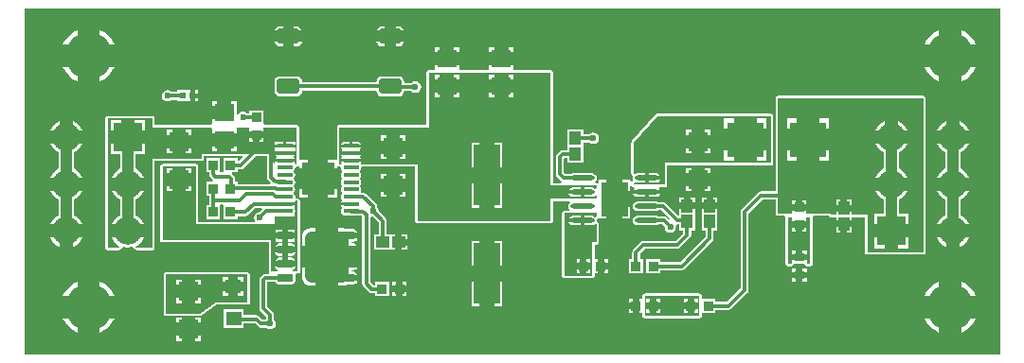
<source format=gtl>
G04*
G04 #@! TF.GenerationSoftware,Altium Limited,Altium Designer,19.1.6 (110)*
G04*
G04 Layer_Physical_Order=1*
G04 Layer_Color=255*
%FSLAX43Y43*%
%MOMM*%
G71*
G01*
G75*
%ADD38O,2.150X0.450*%
%ADD39R,2.400X3.100*%
%ADD40R,1.800X1.650*%
%ADD41R,0.620X0.620*%
%ADD42R,1.400X0.400*%
%ADD43O,1.400X0.400*%
%ADD44R,2.960X2.960*%
G04:AMPARAMS|DCode=45|XSize=2.1mm|YSize=1.4mm|CornerRadius=0.35mm|HoleSize=0mm|Usage=FLASHONLY|Rotation=0.000|XOffset=0mm|YOffset=0mm|HoleType=Round|Shape=RoundedRectangle|*
%AMROUNDEDRECTD45*
21,1,2.100,0.700,0,0,0.0*
21,1,1.400,1.400,0,0,0.0*
1,1,0.700,0.700,-0.350*
1,1,0.700,-0.700,-0.350*
1,1,0.700,-0.700,0.350*
1,1,0.700,0.700,0.350*
%
%ADD45ROUNDEDRECTD45*%
%ADD46R,1.000X1.150*%
%ADD47R,2.350X5.450*%
%ADD48R,0.900X0.850*%
%ADD49R,1.400X1.300*%
G04:AMPARAMS|DCode=50|XSize=4.52mm|YSize=3.85mm|CornerRadius=0.481mm|HoleSize=0mm|Usage=FLASHONLY|Rotation=90.000|XOffset=0mm|YOffset=0mm|HoleType=Round|Shape=RoundedRectangle|*
%AMROUNDEDRECTD50*
21,1,4.520,2.888,0,0,90.0*
21,1,3.558,3.850,0,0,90.0*
1,1,0.963,1.444,1.779*
1,1,0.963,1.444,-1.779*
1,1,0.963,-1.444,-1.779*
1,1,0.963,-1.444,1.779*
%
%ADD50ROUNDEDRECTD50*%
G04:AMPARAMS|DCode=51|XSize=0.71mm|YSize=1.372mm|CornerRadius=0.089mm|HoleSize=0mm|Usage=FLASHONLY|Rotation=90.000|XOffset=0mm|YOffset=0mm|HoleType=Round|Shape=RoundedRectangle|*
%AMROUNDEDRECTD51*
21,1,0.710,1.195,0,0,90.0*
21,1,0.532,1.372,0,0,90.0*
1,1,0.178,0.597,0.266*
1,1,0.178,0.597,-0.266*
1,1,0.178,-0.597,-0.266*
1,1,0.178,-0.597,0.266*
%
%ADD51ROUNDEDRECTD51*%
%ADD52R,1.372X0.710*%
%ADD53R,1.800X1.700*%
%ADD54R,0.850X0.900*%
%ADD55R,0.950X0.800*%
%ADD56R,1.150X1.000*%
%ADD57R,3.200X3.150*%
%ADD58C,0.300*%
%ADD59C,1.000*%
%ADD60C,2.500*%
%ADD61R,2.500X2.500*%
%ADD62C,4.200*%
%ADD63C,0.600*%
G36*
X137445Y50255D02*
X50255D01*
Y81245D01*
X137445Y81245D01*
Y50255D01*
D02*
G37*
%LPC*%
G36*
X83650Y79651D02*
X83450D01*
Y79240D01*
X84181D01*
X84168Y79305D01*
X84047Y79487D01*
X83865Y79608D01*
X83650Y79651D01*
D02*
G37*
G36*
X82450D02*
X82250D01*
X82035Y79608D01*
X81853Y79487D01*
X81732Y79305D01*
X81719Y79240D01*
X82450D01*
Y79651D01*
D02*
G37*
G36*
X74550D02*
X74350D01*
Y79240D01*
X75081D01*
X75068Y79305D01*
X74947Y79487D01*
X74765Y79608D01*
X74550Y79651D01*
D02*
G37*
G36*
X73350D02*
X73150D01*
X72935Y79608D01*
X72753Y79487D01*
X72632Y79305D01*
X72619Y79240D01*
X73350D01*
Y79651D01*
D02*
G37*
G36*
X134000Y79300D02*
Y78000D01*
X135300D01*
X135089Y78396D01*
X134776Y78776D01*
X134396Y79089D01*
X134000Y79300D01*
D02*
G37*
G36*
X132000D02*
X131604Y79089D01*
X131224Y78776D01*
X130911Y78396D01*
X130700Y78000D01*
X132000D01*
Y79300D01*
D02*
G37*
G36*
X57000D02*
Y78000D01*
X58300D01*
X58089Y78396D01*
X57776Y78776D01*
X57396Y79089D01*
X57000Y79300D01*
D02*
G37*
G36*
X55000D02*
X54604Y79089D01*
X54224Y78776D01*
X53911Y78396D01*
X53700Y78000D01*
X55000D01*
Y79300D01*
D02*
G37*
G36*
X84181Y78240D02*
X83450D01*
Y77829D01*
X83650D01*
X83865Y77872D01*
X84047Y77993D01*
X84168Y78175D01*
X84181Y78240D01*
D02*
G37*
G36*
X82450D02*
X81719D01*
X81732Y78175D01*
X81853Y77993D01*
X82035Y77872D01*
X82250Y77829D01*
X82450D01*
Y78240D01*
D02*
G37*
G36*
X75081D02*
X74350D01*
Y77829D01*
X74550D01*
X74765Y77872D01*
X74947Y77993D01*
X75068Y78175D01*
X75081Y78240D01*
D02*
G37*
G36*
X73350D02*
X72619D01*
X72632Y78175D01*
X72753Y77993D01*
X72935Y77872D01*
X73150Y77829D01*
X73350D01*
Y78240D01*
D02*
G37*
G36*
X89100Y77750D02*
X88600D01*
Y77325D01*
X89100D01*
Y77750D01*
D02*
G37*
G36*
X94000D02*
X93500D01*
Y77325D01*
X94000D01*
Y77750D01*
D02*
G37*
G36*
X92300D02*
X91800D01*
Y77325D01*
X92300D01*
Y77750D01*
D02*
G37*
G36*
X87400D02*
X86900D01*
Y77325D01*
X87400D01*
Y77750D01*
D02*
G37*
G36*
X94000Y76125D02*
X92900D01*
X91800D01*
Y75704D01*
X89100D01*
Y76125D01*
X88000D01*
X86900D01*
Y75704D01*
X86400D01*
X86322Y75688D01*
X86256Y75644D01*
X86212Y75578D01*
X86196Y75500D01*
Y70804D01*
X78400D01*
X78322Y70788D01*
X78256Y70744D01*
X78212Y70678D01*
X78196Y70600D01*
Y67800D01*
X78180Y67680D01*
X78069Y67680D01*
X77400D01*
Y66900D01*
X78180D01*
Y67058D01*
X78307Y67122D01*
X78322Y67112D01*
X78400Y67096D01*
X78437D01*
X78542Y66975D01*
X78573Y66819D01*
X78662Y66687D01*
Y66613D01*
X78573Y66481D01*
X78542Y66325D01*
X78573Y66169D01*
X78662Y66037D01*
Y65963D01*
X78573Y65831D01*
X78542Y65675D01*
X78573Y65519D01*
X78662Y65387D01*
Y65313D01*
X78573Y65181D01*
X78542Y65025D01*
X78573Y64869D01*
X78662Y64737D01*
Y64663D01*
X78573Y64531D01*
X78542Y64375D01*
X78573Y64219D01*
X78662Y64087D01*
Y64013D01*
X78573Y63881D01*
X78568Y63855D01*
X79450D01*
Y63595D01*
X78568D01*
X78573Y63569D01*
X78662Y63437D01*
Y63363D01*
X78573Y63231D01*
X78542Y63075D01*
X78573Y62919D01*
X78662Y62787D01*
X78794Y62698D01*
X78950Y62667D01*
X79950D01*
X80106Y62698D01*
X80107Y62699D01*
X80377D01*
X80443Y62633D01*
Y56600D01*
X80470Y56463D01*
X80548Y56348D01*
X81048Y55848D01*
X81163Y55770D01*
X81300Y55743D01*
X81600D01*
Y55450D01*
X82850D01*
Y56750D01*
X81600D01*
Y56457D01*
X81448D01*
X81157Y56748D01*
Y62520D01*
X81284Y62613D01*
X81400Y62590D01*
X81404Y62591D01*
X81943Y62052D01*
Y61000D01*
X81525D01*
Y59600D01*
X83400D01*
Y60300D01*
Y61000D01*
X82657D01*
Y62200D01*
X82630Y62337D01*
X82552Y62452D01*
X81909Y63096D01*
X81910Y63100D01*
X81871Y63295D01*
X81760Y63460D01*
X81757Y63463D01*
Y63500D01*
X81730Y63637D01*
X81652Y63752D01*
X80796Y64608D01*
X80681Y64686D01*
X80544Y64713D01*
X80375D01*
X80307Y64840D01*
X80327Y64869D01*
X80358Y65025D01*
X80327Y65181D01*
X80238Y65313D01*
Y65387D01*
X80327Y65519D01*
X80358Y65675D01*
X80327Y65831D01*
X80238Y65963D01*
Y66037D01*
X80327Y66169D01*
X80358Y66325D01*
X80327Y66481D01*
X80238Y66613D01*
Y66687D01*
X80327Y66819D01*
X80358Y66975D01*
X80463Y67096D01*
X85196D01*
Y62200D01*
X85212Y62122D01*
X85256Y62056D01*
X85322Y62012D01*
X85400Y61996D01*
X97300D01*
X97378Y62012D01*
X97444Y62056D01*
X97488Y62122D01*
X97504Y62200D01*
Y63996D01*
X99001D01*
X99040Y63869D01*
X98969Y63821D01*
X98875Y63681D01*
X98842Y63515D01*
X98875Y63349D01*
X98954Y63231D01*
X98928Y63149D01*
X98897Y63104D01*
X98500D01*
X98422Y63088D01*
X98356Y63044D01*
X98312Y62978D01*
X98296Y62900D01*
Y57300D01*
X98312Y57222D01*
X98356Y57156D01*
X98422Y57112D01*
X98500Y57096D01*
X101000D01*
X101078Y57112D01*
X101144Y57156D01*
X101188Y57222D01*
X101204Y57300D01*
Y57500D01*
X101475D01*
Y58150D01*
Y58800D01*
X101204D01*
Y60096D01*
X101400D01*
X101478Y60112D01*
X101544Y60156D01*
X101588Y60222D01*
X101604Y60300D01*
Y61887D01*
X101596Y61925D01*
X101589Y61963D01*
X101589Y61964D01*
X101588Y61966D01*
X101567Y61997D01*
X101546Y62030D01*
X101545Y62030D01*
X101544Y62032D01*
X101512Y62053D01*
X101481Y62075D01*
X101398Y62111D01*
X101382Y62114D01*
X101408Y62245D01*
X101391Y62331D01*
X101481Y62399D01*
X101600Y62400D01*
Y62400D01*
X101600Y62400D01*
X102300D01*
Y64150D01*
Y65900D01*
X101600D01*
Y65660D01*
X101479Y65589D01*
X101473Y65589D01*
X101400Y65604D01*
X101293D01*
X101255Y65731D01*
X101281Y65749D01*
X101375Y65889D01*
X101408Y66055D01*
X101375Y66221D01*
X101281Y66361D01*
X101141Y66455D01*
X100975Y66488D01*
X99275D01*
X99109Y66455D01*
X99044Y66412D01*
X98593D01*
X98457Y66548D01*
Y67752D01*
X98548Y67843D01*
X98800D01*
Y67425D01*
X100200D01*
Y68825D01*
Y69243D01*
X100737D01*
X100740Y69240D01*
X100905Y69129D01*
X101100Y69090D01*
X101295Y69129D01*
X101460Y69240D01*
X101571Y69405D01*
X101610Y69600D01*
X101571Y69795D01*
X101460Y69960D01*
X101295Y70071D01*
X101100Y70110D01*
X100905Y70071D01*
X100740Y69960D01*
X100737Y69957D01*
X100200D01*
Y70375D01*
X98800D01*
Y68825D01*
Y68557D01*
X98400D01*
X98263Y68530D01*
X98148Y68452D01*
X97848Y68152D01*
X97770Y68037D01*
X97743Y67900D01*
Y66400D01*
X97770Y66263D01*
X97848Y66148D01*
X98193Y65803D01*
X98300Y65731D01*
X98301Y65722D01*
X98227Y65604D01*
X97504D01*
Y75500D01*
X97488Y75578D01*
X97444Y75644D01*
X97378Y75688D01*
X97300Y75704D01*
X94000D01*
Y76125D01*
D02*
G37*
G36*
X135300Y76000D02*
X134000D01*
Y74700D01*
X134396Y74911D01*
X134776Y75224D01*
X135089Y75604D01*
X135300Y76000D01*
D02*
G37*
G36*
X132000D02*
X130700D01*
X130911Y75604D01*
X131224Y75224D01*
X131604Y74911D01*
X132000Y74700D01*
Y76000D01*
D02*
G37*
G36*
X58300D02*
X57000D01*
Y74700D01*
X57396Y74911D01*
X57776Y75224D01*
X58089Y75604D01*
X58300Y76000D01*
D02*
G37*
G36*
X55000D02*
X53700D01*
X53911Y75604D01*
X54224Y75224D01*
X54604Y74911D01*
X55000Y74700D01*
Y76000D01*
D02*
G37*
G36*
X83650Y75171D02*
X82250D01*
X82035Y75128D01*
X81853Y75007D01*
X81732Y74825D01*
X81691Y74617D01*
X75109D01*
X75068Y74825D01*
X74947Y75007D01*
X74765Y75128D01*
X74550Y75171D01*
X73150D01*
X72935Y75128D01*
X72753Y75007D01*
X72632Y74825D01*
X72589Y74610D01*
Y73910D01*
X72632Y73695D01*
X72753Y73513D01*
X72935Y73392D01*
X73150Y73349D01*
X74550D01*
X74765Y73392D01*
X74947Y73513D01*
X75068Y73695D01*
X75109Y73903D01*
X81691D01*
X81732Y73695D01*
X81853Y73513D01*
X82035Y73392D01*
X82250Y73349D01*
X83650D01*
X83865Y73392D01*
X84047Y73513D01*
X84168Y73695D01*
X84197Y73843D01*
X84837D01*
X84840Y73840D01*
X85005Y73729D01*
X85200Y73690D01*
X85395Y73729D01*
X85560Y73840D01*
X85671Y74005D01*
X85710Y74200D01*
X85671Y74395D01*
X85560Y74560D01*
X85395Y74671D01*
X85200Y74710D01*
X85005Y74671D01*
X84840Y74560D01*
X84837Y74557D01*
X84211D01*
Y74610D01*
X84168Y74825D01*
X84047Y75007D01*
X83865Y75128D01*
X83650Y75171D01*
D02*
G37*
G36*
X65070Y73910D02*
X63910D01*
Y73757D01*
X63423D01*
X63420Y73760D01*
X63255Y73871D01*
X63060Y73910D01*
X62865Y73871D01*
X62700Y73760D01*
X62589Y73595D01*
X62550Y73400D01*
X62589Y73205D01*
X62700Y73040D01*
X62865Y72929D01*
X63060Y72890D01*
X63255Y72929D01*
X63420Y73040D01*
X63423Y73043D01*
X63910D01*
Y72890D01*
X65070D01*
Y73400D01*
Y73910D01*
D02*
G37*
G36*
X65810D02*
X65530D01*
Y73630D01*
X65810D01*
Y73910D01*
D02*
G37*
G36*
Y73170D02*
X65530D01*
Y72890D01*
X65810D01*
Y73170D01*
D02*
G37*
G36*
X67500Y72925D02*
X67000D01*
Y72500D01*
X67500D01*
Y72925D01*
D02*
G37*
G36*
X117000Y71804D02*
X106800D01*
X106793Y71803D01*
X106786Y71803D01*
X106754Y71795D01*
X106722Y71788D01*
X106716Y71785D01*
X106710Y71783D01*
X106683Y71763D01*
X106656Y71744D01*
X106652Y71738D01*
X106647Y71734D01*
X104547Y69334D01*
X104530Y69306D01*
X104512Y69278D01*
X104510Y69271D01*
X104507Y69265D01*
X104503Y69232D01*
X104496Y69200D01*
Y66502D01*
X104502Y66472D01*
X104505Y66443D01*
X104510Y66434D01*
X104512Y66424D01*
X104528Y66399D01*
X104542Y66372D01*
X104550Y66366D01*
X104556Y66358D01*
X104561Y66354D01*
X104619Y66261D01*
X104628Y66226D01*
X104625Y66221D01*
X104592Y66055D01*
X104625Y65889D01*
X104628Y65884D01*
X104619Y65849D01*
X104561Y65756D01*
X104556Y65752D01*
X104550Y65744D01*
X104542Y65738D01*
X104526Y65737D01*
X104400Y65855D01*
Y65900D01*
X103700D01*
Y64850D01*
X104400D01*
Y65328D01*
X104415Y65334D01*
X104527Y65349D01*
X104556Y65306D01*
X104622Y65262D01*
X104700Y65246D01*
X104721D01*
X104760Y65119D01*
X104719Y65091D01*
X104625Y64951D01*
X104624Y64950D01*
X105875D01*
Y64785D01*
D01*
Y64950D01*
X107126D01*
X107125Y64951D01*
X107031Y65091D01*
X106990Y65119D01*
X107029Y65246D01*
X107500D01*
X107578Y65262D01*
X107644Y65306D01*
X107688Y65372D01*
X107704Y65450D01*
Y67196D01*
X117000D01*
X117078Y67212D01*
X117144Y67256D01*
X117188Y67322D01*
X117204Y67400D01*
Y71600D01*
X117188Y71678D01*
X117144Y71744D01*
X117078Y71788D01*
X117000Y71804D01*
D02*
G37*
G36*
X69200Y72925D02*
X68700D01*
Y71900D01*
X68100D01*
Y71300D01*
X67000D01*
Y70929D01*
X66998Y70873D01*
X66902Y70804D01*
X61904D01*
X61904Y71400D01*
X61888Y71478D01*
X61844Y71544D01*
X61778Y71588D01*
X61700Y71604D01*
X57700D01*
X57622Y71588D01*
X57556Y71544D01*
X57512Y71478D01*
X57496Y71400D01*
X57496Y59800D01*
X57512Y59722D01*
X57556Y59656D01*
X57622Y59612D01*
X57700Y59596D01*
X58749Y59596D01*
X58764Y59599D01*
X58779Y59598D01*
X58802Y59607D01*
X58827Y59612D01*
X58839Y59620D01*
X58854Y59625D01*
X58872Y59642D01*
X58893Y59656D01*
X58901Y59668D01*
X58913Y59679D01*
X58923Y59701D01*
X58937Y59722D01*
X58940Y59737D01*
X58947Y59750D01*
X58963Y59816D01*
X59084Y59892D01*
X59103Y59895D01*
X59121Y59887D01*
X59500Y59837D01*
X59879Y59887D01*
X59897Y59895D01*
X59916Y59892D01*
X60037Y59816D01*
X60053Y59750D01*
X60060Y59737D01*
X60063Y59722D01*
X60077Y59701D01*
X60087Y59679D01*
X60099Y59668D01*
X60107Y59656D01*
X60128Y59642D01*
X60146Y59625D01*
X60161Y59620D01*
X60173Y59612D01*
X60198Y59607D01*
X60221Y59598D01*
X60236Y59599D01*
X60251Y59596D01*
X61700Y59596D01*
X61778Y59612D01*
X61844Y59656D01*
X61888Y59722D01*
X61904Y59800D01*
X61904Y67596D01*
X66100D01*
X66178Y67612D01*
X66244Y67656D01*
X66288Y67722D01*
X66304Y67800D01*
Y67996D01*
X68400D01*
X69725Y67996D01*
X69774Y67879D01*
X69452Y67557D01*
X69300D01*
Y67850D01*
X68050D01*
Y66557D01*
X67750D01*
Y67850D01*
X66500D01*
Y66550D01*
X66768D01*
Y66376D01*
X66795Y66239D01*
X66873Y66123D01*
X67048Y65948D01*
X67056Y65943D01*
X67089Y65770D01*
X67076Y65750D01*
X66500D01*
Y64450D01*
X66768D01*
Y63650D01*
X66500D01*
Y62350D01*
X67750D01*
Y63650D01*
X67859Y63693D01*
X67941D01*
X68050Y63650D01*
Y62350D01*
X69300D01*
Y62643D01*
X70000D01*
X70137Y62670D01*
X70252Y62748D01*
X70873Y63368D01*
X71484D01*
X71536Y63241D01*
X71304Y63009D01*
X71300Y63010D01*
X71105Y62971D01*
X70940Y62860D01*
X70829Y62695D01*
X70790Y62500D01*
X70829Y62305D01*
X70878Y62231D01*
X70811Y62104D01*
X65804D01*
Y67100D01*
X65788Y67178D01*
X65744Y67244D01*
X65678Y67288D01*
X65600Y67304D01*
X62600Y67304D01*
X62522Y67288D01*
X62456Y67244D01*
X62412Y67178D01*
X62396Y67100D01*
X62396Y60500D01*
X62412Y60422D01*
X62456Y60356D01*
X62522Y60312D01*
X62600Y60296D01*
X72096Y60296D01*
X72096Y57700D01*
X72112Y57622D01*
X72140Y57579D01*
X72114Y57495D01*
X72084Y57452D01*
X71795D01*
X71658Y57425D01*
X71543Y57347D01*
X71348Y57152D01*
X71270Y57037D01*
X71243Y56900D01*
Y54400D01*
X71270Y54263D01*
X71348Y54148D01*
X71843Y53652D01*
Y53363D01*
X71840Y53360D01*
X71837Y53357D01*
X71548D01*
X71252Y53652D01*
X71137Y53730D01*
X71000Y53757D01*
X69850D01*
Y54300D01*
X68050D01*
Y52600D01*
X69850D01*
Y53043D01*
X70852D01*
X71148Y52748D01*
X71263Y52670D01*
X71400Y52643D01*
X71837D01*
X71840Y52640D01*
X72005Y52529D01*
X72200Y52490D01*
X72395Y52529D01*
X72560Y52640D01*
X72671Y52805D01*
X72710Y53000D01*
X72671Y53195D01*
X72560Y53360D01*
X72557Y53363D01*
Y53800D01*
X72530Y53937D01*
X72452Y54052D01*
X71957Y54548D01*
Y56738D01*
X72685D01*
X72691Y56711D01*
X72755Y56616D01*
X72850Y56552D01*
X72963Y56529D01*
X74157D01*
X74270Y56552D01*
X74365Y56616D01*
X74429Y56711D01*
X74452Y56824D01*
Y57356D01*
X74449Y57369D01*
X74552Y57496D01*
X74700D01*
X74778Y57512D01*
X74844Y57556D01*
X74888Y57622D01*
X74904Y57700D01*
X74904Y64000D01*
X74888Y64078D01*
X74844Y64144D01*
X74778Y64188D01*
X74700Y64204D01*
X74553D01*
X74453Y64309D01*
X74448Y64327D01*
X74458Y64375D01*
X74427Y64531D01*
X74338Y64663D01*
Y64737D01*
X74427Y64869D01*
X74458Y65025D01*
X74427Y65181D01*
X74338Y65313D01*
Y65387D01*
X74427Y65519D01*
X74458Y65675D01*
X74427Y65831D01*
X74338Y65963D01*
Y66037D01*
X74427Y66169D01*
X74458Y66325D01*
X74427Y66481D01*
X74338Y66613D01*
Y66687D01*
X74427Y66819D01*
X74458Y66975D01*
X74563Y67096D01*
X74600D01*
X74678Y67112D01*
X74693Y67122D01*
X74820Y67058D01*
Y66900D01*
X75600D01*
Y67680D01*
X74931D01*
X74820Y67680D01*
X74804Y67800D01*
Y70600D01*
X74788Y70678D01*
X74744Y70744D01*
X74678Y70788D01*
X74600Y70804D01*
X71758D01*
X71754Y70806D01*
X71721Y70828D01*
X71668Y70878D01*
X71650Y70911D01*
Y72100D01*
X70350D01*
Y71857D01*
X70163D01*
X70160Y71860D01*
X69995Y71971D01*
X69800Y72010D01*
X69605Y71971D01*
X69440Y71860D01*
X69329Y71695D01*
X69327Y71685D01*
X69200Y71697D01*
Y72925D01*
D02*
G37*
G36*
X54600Y71137D02*
Y70300D01*
X55437D01*
X55295Y70565D01*
X55101Y70801D01*
X54865Y70995D01*
X54600Y71137D01*
D02*
G37*
G36*
X53400Y71137D02*
X53135Y70995D01*
X52899Y70801D01*
X52705Y70565D01*
X52563Y70300D01*
X53400D01*
Y71137D01*
D02*
G37*
G36*
X133850Y71137D02*
Y70300D01*
X134687D01*
X134545Y70565D01*
X134351Y70801D01*
X134115Y70995D01*
X133850Y71137D01*
D02*
G37*
G36*
X132650Y71137D02*
X132385Y70995D01*
X132149Y70801D01*
X131955Y70565D01*
X131813Y70300D01*
X132650D01*
Y71137D01*
D02*
G37*
G36*
X111600Y66950D02*
X111100D01*
Y66500D01*
X111600D01*
Y66950D01*
D02*
G37*
G36*
X109900D02*
X109400D01*
Y66500D01*
X109900D01*
Y66950D01*
D02*
G37*
G36*
X54000Y69700D02*
D01*
Y69100D01*
X52563D01*
X52705Y68835D01*
X52899Y68599D01*
X53135Y68405D01*
X53294Y68320D01*
Y66880D01*
X53135Y66795D01*
X52899Y66601D01*
X52705Y66365D01*
X52563Y66100D01*
X54000D01*
X55437D01*
X55295Y66365D01*
X55101Y66601D01*
X54865Y66795D01*
X54706Y66880D01*
Y68320D01*
X54865Y68405D01*
X55101Y68599D01*
X55295Y68835D01*
X55437Y69100D01*
X54000D01*
Y69700D01*
D02*
G37*
G36*
X134687Y69100D02*
X133250D01*
X131813D01*
X131955Y68835D01*
X132149Y68599D01*
X132385Y68405D01*
X132544Y68320D01*
Y66880D01*
X132385Y66795D01*
X132149Y66601D01*
X131955Y66365D01*
X131813Y66100D01*
X133250D01*
X134687D01*
X134545Y66365D01*
X134351Y66601D01*
X134115Y66795D01*
X133956Y66880D01*
Y68320D01*
X134115Y68405D01*
X134351Y68599D01*
X134545Y68835D01*
X134687Y69100D01*
D02*
G37*
G36*
X84300Y66450D02*
X83800D01*
Y66000D01*
X84300D01*
Y66450D01*
D02*
G37*
G36*
X82600D02*
X82100D01*
Y66000D01*
X82600D01*
Y66450D01*
D02*
G37*
G36*
X111600Y65300D02*
X111100D01*
Y64850D01*
X111600D01*
Y65300D01*
D02*
G37*
G36*
X109900D02*
X109400D01*
Y64850D01*
X109900D01*
Y65300D01*
D02*
G37*
G36*
X107126Y64620D02*
X106040D01*
Y64352D01*
X106725D01*
X106891Y64385D01*
X107031Y64479D01*
X107125Y64619D01*
X107126Y64620D01*
D02*
G37*
G36*
X105710D02*
X104624D01*
X104625Y64619D01*
X104719Y64479D01*
X104859Y64385D01*
X105025Y64352D01*
X105710D01*
Y64620D01*
D02*
G37*
G36*
X84300Y64800D02*
X83800D01*
Y64350D01*
X84300D01*
Y64800D01*
D02*
G37*
G36*
X82600D02*
X82100D01*
Y64350D01*
X82600D01*
Y64800D01*
D02*
G37*
G36*
X78180Y65100D02*
X77400D01*
Y64320D01*
X78180D01*
Y65100D01*
D02*
G37*
G36*
X75600D02*
X74820D01*
Y64320D01*
X75600D01*
Y65100D01*
D02*
G37*
G36*
X110200Y64325D02*
X109800D01*
Y63850D01*
X110200D01*
Y64325D01*
D02*
G37*
G36*
X112200D02*
X111800D01*
Y63850D01*
X112200D01*
Y64325D01*
D02*
G37*
G36*
X111200D02*
X110800D01*
Y63850D01*
X111200D01*
Y64325D01*
D02*
G37*
G36*
X109200D02*
X108800D01*
Y63850D01*
X109200D01*
Y64325D01*
D02*
G37*
G36*
X104400Y63450D02*
X103700D01*
Y62400D01*
X104400D01*
Y63450D01*
D02*
G37*
G36*
X106725Y63948D02*
X105025D01*
X104859Y63915D01*
X104719Y63821D01*
X104625Y63681D01*
X104592Y63515D01*
X104625Y63349D01*
X104719Y63209D01*
X104859Y63115D01*
X105025Y63082D01*
X106725D01*
X106891Y63115D01*
X106956Y63158D01*
X107187D01*
X107964Y62381D01*
X107919Y62246D01*
X107910Y62245D01*
X107657Y62497D01*
X107542Y62575D01*
X107405Y62602D01*
X106956D01*
X106891Y62645D01*
X106725Y62678D01*
X105025D01*
X104859Y62645D01*
X104719Y62551D01*
X104625Y62411D01*
X104592Y62245D01*
X104625Y62079D01*
X104719Y61939D01*
X104859Y61845D01*
X105025Y61812D01*
X106725D01*
X106891Y61845D01*
X106956Y61888D01*
X107257D01*
X107491Y61654D01*
X107490Y61650D01*
X107529Y61455D01*
X107640Y61290D01*
X107805Y61179D01*
X108000Y61140D01*
X108195Y61179D01*
X108360Y61290D01*
X108471Y61455D01*
X108510Y61650D01*
X108483Y61787D01*
X108574Y61894D01*
X108580Y61897D01*
X108600Y61893D01*
X108800D01*
Y61375D01*
X109143D01*
Y61098D01*
X108452Y60407D01*
X105600D01*
X105463Y60380D01*
X105348Y60302D01*
X104673Y59627D01*
X104595Y59512D01*
X104568Y59375D01*
Y58800D01*
X104300D01*
Y57500D01*
X105550D01*
Y58800D01*
X105282D01*
Y59227D01*
X105748Y59693D01*
X108600D01*
X108737Y59720D01*
X108852Y59798D01*
X109752Y60698D01*
X109830Y60813D01*
X109857Y60950D01*
Y61375D01*
X110200D01*
Y62775D01*
Y63250D01*
X109500D01*
X108800D01*
Y62734D01*
X108673Y62682D01*
X107587Y63767D01*
X107472Y63845D01*
X107335Y63872D01*
X106956D01*
X106891Y63915D01*
X106725Y63948D01*
D02*
G37*
G36*
X55437Y64900D02*
X54000D01*
X52563D01*
X52705Y64635D01*
X52899Y64399D01*
X53135Y64205D01*
X53294Y64120D01*
Y62680D01*
X53135Y62595D01*
X52899Y62401D01*
X52705Y62165D01*
X52563Y61900D01*
X54000D01*
X55437D01*
X55295Y62165D01*
X55101Y62401D01*
X54865Y62595D01*
X54706Y62680D01*
Y64120D01*
X54865Y64205D01*
X55101Y64399D01*
X55295Y64635D01*
X55437Y64900D01*
D02*
G37*
G36*
X134687Y64900D02*
X133250D01*
X131813D01*
X131955Y64635D01*
X132149Y64399D01*
X132385Y64205D01*
X132544Y64120D01*
Y62680D01*
X132385Y62595D01*
X132149Y62401D01*
X131955Y62165D01*
X131813Y61900D01*
X133250D01*
X134687D01*
X134545Y62165D01*
X134351Y62401D01*
X134115Y62595D01*
X133956Y62680D01*
Y64120D01*
X134115Y64205D01*
X134351Y64399D01*
X134545Y64635D01*
X134687Y64900D01*
D02*
G37*
G36*
X124200Y61650D02*
X123800D01*
Y61175D01*
X124200D01*
Y61650D01*
D02*
G37*
G36*
X123200D02*
X122800D01*
Y61175D01*
X123200D01*
Y61650D01*
D02*
G37*
G36*
X84475Y61000D02*
X84000D01*
Y60600D01*
X84475D01*
Y61000D01*
D02*
G37*
G36*
X78724Y61562D02*
X78280D01*
Y59995D01*
X79972D01*
X79969Y60009D01*
X79905Y60104D01*
X79810Y60168D01*
X79697Y60191D01*
X79512D01*
Y60339D01*
X79697D01*
X79810Y60362D01*
X79905Y60426D01*
X79969Y60521D01*
X79992Y60634D01*
Y60635D01*
X79100D01*
Y61165D01*
X79992D01*
Y61166D01*
X79969Y61279D01*
X79905Y61374D01*
X79810Y61438D01*
X79697Y61461D01*
X79107D01*
X78928Y61535D01*
X78724Y61562D01*
D02*
G37*
G36*
X76280D02*
X75836D01*
X75632Y61535D01*
X75442Y61456D01*
X75279Y61331D01*
X75154Y61168D01*
X75075Y60978D01*
X75048Y60774D01*
Y59995D01*
X76280D01*
Y61562D01*
D02*
G37*
G36*
X134687Y60700D02*
X133850D01*
Y59863D01*
X134115Y60005D01*
X134351Y60199D01*
X134545Y60435D01*
X134687Y60700D01*
D02*
G37*
G36*
X55437Y60700D02*
X54600D01*
Y59863D01*
X54865Y60005D01*
X55101Y60199D01*
X55295Y60435D01*
X55437Y60700D01*
D02*
G37*
G36*
X53400D02*
X52563D01*
X52705Y60435D01*
X52899Y60199D01*
X53135Y60005D01*
X53400Y59863D01*
Y60700D01*
D02*
G37*
G36*
X132650Y60700D02*
X131813D01*
X131955Y60435D01*
X132149Y60199D01*
X132385Y60005D01*
X132650Y59863D01*
Y60700D01*
D02*
G37*
G36*
X84475Y60000D02*
X84000D01*
Y59600D01*
X84475D01*
Y60000D01*
D02*
G37*
G36*
X117600Y73404D02*
X117522Y73388D01*
X117456Y73344D01*
X117412Y73278D01*
X117396Y73200D01*
Y65650D01*
Y64857D01*
X116100D01*
X115963Y64830D01*
X115848Y64752D01*
X114348Y63252D01*
X114270Y63137D01*
X114243Y63000D01*
Y56148D01*
X113052Y54957D01*
X112000D01*
Y55250D01*
X110804D01*
Y55500D01*
X110788Y55578D01*
X110744Y55644D01*
X110678Y55688D01*
X110600Y55704D01*
X105700D01*
X105622Y55688D01*
X105556Y55644D01*
X105512Y55578D01*
X105496Y55500D01*
Y55250D01*
X105225D01*
Y54600D01*
Y53950D01*
X105496D01*
Y53700D01*
X105512Y53622D01*
X105556Y53556D01*
X105622Y53512D01*
X105700Y53496D01*
X110600D01*
X110678Y53512D01*
X110744Y53556D01*
X110788Y53622D01*
X110804Y53700D01*
Y53950D01*
X112000D01*
Y54243D01*
X113200D01*
X113337Y54270D01*
X113452Y54348D01*
X114852Y55748D01*
X114930Y55863D01*
X114957Y56000D01*
Y62852D01*
X116248Y64143D01*
X117396D01*
Y62850D01*
X117412Y62772D01*
X117456Y62706D01*
X117522Y62662D01*
X117600Y62646D01*
X118186D01*
X118296Y62550D01*
Y58350D01*
X118312Y58272D01*
X118356Y58206D01*
X118422Y58162D01*
X118500Y58146D01*
X118708D01*
X118730Y58150D01*
X118751Y58151D01*
X118868Y58176D01*
X118885Y58183D01*
X118903Y58187D01*
X118921Y58199D01*
X118941Y58207D01*
X118954Y58220D01*
X118969Y58231D01*
X118981Y58249D01*
X118996Y58264D01*
X119003Y58282D01*
X119013Y58297D01*
X119018Y58318D01*
X119026Y58338D01*
X119145Y58375D01*
X119855D01*
X119974Y58338D01*
X119982Y58318D01*
X119987Y58297D01*
X119997Y58282D01*
X120004Y58264D01*
X120019Y58249D01*
X120031Y58231D01*
X120046Y58220D01*
X120059Y58207D01*
X120079Y58199D01*
X120097Y58187D01*
X120115Y58183D01*
X120132Y58176D01*
X120249Y58151D01*
X120270Y58150D01*
X120292Y58146D01*
X120500D01*
X120578Y58162D01*
X120644Y58206D01*
X120688Y58272D01*
X120704Y58350D01*
Y62550D01*
X120814Y62646D01*
X122129D01*
X122156Y62606D01*
X122222Y62562D01*
X122300Y62546D01*
X122800D01*
Y62250D01*
X124200D01*
Y62546D01*
X125396D01*
X125396Y59400D01*
X125412Y59322D01*
X125456Y59256D01*
X125522Y59212D01*
X125600Y59196D01*
X130600Y59196D01*
X130678Y59212D01*
X130744Y59256D01*
X130788Y59322D01*
X130804Y59400D01*
X130804Y65900D01*
X130804Y73200D01*
X130788Y73278D01*
X130744Y73344D01*
X130678Y73388D01*
X130600Y73404D01*
X117600Y73404D01*
D02*
G37*
G36*
X112200Y63250D02*
X111500D01*
X110800D01*
Y62775D01*
Y61375D01*
X111143D01*
Y60798D01*
X108852Y58507D01*
X107100D01*
Y58800D01*
X105850D01*
Y57500D01*
X107100D01*
Y57793D01*
X109000D01*
X109137Y57820D01*
X109252Y57898D01*
X111752Y60398D01*
X111830Y60513D01*
X111857Y60650D01*
Y61375D01*
X112200D01*
Y62775D01*
Y63250D01*
D02*
G37*
G36*
X102400Y58800D02*
X102075D01*
Y58450D01*
X102400D01*
Y58800D01*
D02*
G37*
G36*
X92975Y60425D02*
X92300D01*
Y58200D01*
X92975D01*
Y60425D01*
D02*
G37*
G36*
X90900D02*
X90225D01*
Y58200D01*
X90900D01*
Y60425D01*
D02*
G37*
G36*
X120175Y57925D02*
X119765D01*
Y57590D01*
X120175D01*
Y57925D01*
D02*
G37*
G36*
X119235D02*
X118825D01*
Y57590D01*
X119235D01*
Y57925D01*
D02*
G37*
G36*
X102400Y57850D02*
X102075D01*
Y57500D01*
X102400D01*
Y57850D01*
D02*
G37*
G36*
X120175Y57060D02*
X119765D01*
Y56725D01*
X120175D01*
Y57060D01*
D02*
G37*
G36*
X119235D02*
X118825D01*
Y56725D01*
X119235D01*
Y57060D01*
D02*
G37*
G36*
X79972Y57995D02*
X78280D01*
Y56428D01*
X78724D01*
X78928Y56455D01*
X79107Y56529D01*
X79697D01*
X79810Y56552D01*
X79905Y56616D01*
X79969Y56711D01*
X79992Y56824D01*
Y56825D01*
X79100D01*
Y57355D01*
X79992D01*
Y57356D01*
X79969Y57469D01*
X79905Y57564D01*
X79810Y57628D01*
X79697Y57651D01*
X79512D01*
Y57799D01*
X79697D01*
X79810Y57822D01*
X79905Y57886D01*
X79969Y57981D01*
X79972Y57995D01*
D02*
G37*
G36*
X76280D02*
X75048D01*
Y57216D01*
X75075Y57012D01*
X75154Y56822D01*
X75279Y56659D01*
X75442Y56534D01*
X75632Y56455D01*
X75836Y56428D01*
X76280D01*
Y57995D01*
D02*
G37*
G36*
X84400Y56750D02*
X84075D01*
Y56400D01*
X84400D01*
Y56750D01*
D02*
G37*
G36*
X83475D02*
X83150D01*
Y56400D01*
X83475D01*
Y56750D01*
D02*
G37*
G36*
X134000Y56800D02*
Y55500D01*
X135300D01*
X135089Y55896D01*
X134776Y56276D01*
X134396Y56589D01*
X134000Y56800D01*
D02*
G37*
G36*
X132000D02*
X131604Y56589D01*
X131224Y56276D01*
X130911Y55896D01*
X130700Y55500D01*
X132000D01*
Y56800D01*
D02*
G37*
G36*
X57000D02*
Y55500D01*
X58300D01*
X58089Y55896D01*
X57776Y56276D01*
X57396Y56589D01*
X57000Y56800D01*
D02*
G37*
G36*
X55000D02*
X54604Y56589D01*
X54224Y56276D01*
X53911Y55896D01*
X53700Y55500D01*
X55000D01*
Y56800D01*
D02*
G37*
G36*
X84400Y55800D02*
X84075D01*
Y55450D01*
X84400D01*
Y55800D01*
D02*
G37*
G36*
X83475D02*
X83150D01*
Y55450D01*
X83475D01*
Y55800D01*
D02*
G37*
G36*
X104625Y55250D02*
X104300D01*
Y54900D01*
X104625D01*
Y55250D01*
D02*
G37*
G36*
X92975Y56800D02*
X92300D01*
Y54575D01*
X92975D01*
Y56800D01*
D02*
G37*
G36*
X90900D02*
X90225D01*
Y54575D01*
X90900D01*
Y56800D01*
D02*
G37*
G36*
X104625Y54300D02*
X104300D01*
Y53950D01*
X104625D01*
Y54300D01*
D02*
G37*
G36*
X70200Y57604D02*
X62900Y57604D01*
X62822Y57588D01*
X62756Y57544D01*
X62712Y57478D01*
X62696Y57400D01*
X62696Y53900D01*
X62712Y53822D01*
X62756Y53756D01*
X62822Y53712D01*
X62900Y53696D01*
X65900Y53696D01*
X65920Y53700D01*
X65940Y53700D01*
X65958Y53708D01*
X65978Y53712D01*
X65995Y53723D01*
X66013Y53730D01*
X67462Y54696D01*
X70200D01*
X70278Y54712D01*
X70344Y54756D01*
X70388Y54822D01*
X70404Y54900D01*
X70404Y57400D01*
X70388Y57478D01*
X70344Y57544D01*
X70278Y57588D01*
X70200Y57604D01*
D02*
G37*
G36*
X66000Y53550D02*
X65500D01*
Y53100D01*
X66000D01*
Y53550D01*
D02*
G37*
G36*
X64300D02*
X63800D01*
Y53100D01*
X64300D01*
Y53550D01*
D02*
G37*
G36*
X135300Y53500D02*
X134000D01*
Y52200D01*
X134396Y52411D01*
X134776Y52724D01*
X135089Y53104D01*
X135300Y53500D01*
D02*
G37*
G36*
X132000D02*
X130700D01*
X130911Y53104D01*
X131224Y52724D01*
X131604Y52411D01*
X132000Y52200D01*
Y53500D01*
D02*
G37*
G36*
X58300D02*
X57000D01*
Y52200D01*
X57396Y52411D01*
X57776Y52724D01*
X58089Y53104D01*
X58300Y53500D01*
D02*
G37*
G36*
X55000D02*
X53700D01*
X53911Y53104D01*
X54224Y52724D01*
X54604Y52411D01*
X55000Y52200D01*
Y53500D01*
D02*
G37*
G36*
X66000Y51900D02*
X65500D01*
Y51450D01*
X66000D01*
Y51900D01*
D02*
G37*
G36*
X64300D02*
X63800D01*
Y51450D01*
X64300D01*
Y51900D01*
D02*
G37*
%LPD*%
G36*
X97300Y65400D02*
X101400D01*
Y65143D01*
X101317Y65107D01*
X101273Y65097D01*
X101141Y65185D01*
X100975Y65218D01*
X100290D01*
Y64785D01*
Y64352D01*
X100975D01*
X101141Y64385D01*
X101273Y64473D01*
X101317Y64463D01*
X101400Y64427D01*
Y64200D01*
X97300D01*
Y62200D01*
X85400D01*
Y67300D01*
X80367D01*
X80299Y67427D01*
X80327Y67469D01*
X80332Y67495D01*
X79450D01*
X78568D01*
X78573Y67469D01*
X78601Y67427D01*
X78533Y67300D01*
X78400D01*
Y70600D01*
X86400D01*
Y75500D01*
X97300D01*
Y65400D01*
D02*
G37*
G36*
X101400Y62603D02*
X101317Y62567D01*
X101273Y62557D01*
X101141Y62645D01*
X100975Y62678D01*
X100290D01*
Y62245D01*
Y61812D01*
X100975D01*
X101141Y61845D01*
X101273Y61933D01*
X101317Y61923D01*
X101400Y61887D01*
Y60300D01*
X101000D01*
Y57300D01*
X98500D01*
Y62900D01*
X101400D01*
Y62603D01*
D02*
G37*
%LPC*%
G36*
X89100Y75300D02*
X88600D01*
Y74875D01*
X89100D01*
Y75300D01*
D02*
G37*
G36*
X94000D02*
X93500D01*
Y74875D01*
X94000D01*
Y75300D01*
D02*
G37*
G36*
X92300D02*
X91800D01*
Y74875D01*
X92300D01*
Y75300D01*
D02*
G37*
G36*
X87400D02*
X86900D01*
Y74875D01*
X87400D01*
Y75300D01*
D02*
G37*
G36*
X94000Y73675D02*
X93500D01*
Y73250D01*
X94000D01*
Y73675D01*
D02*
G37*
G36*
X92300D02*
X91800D01*
Y73250D01*
X92300D01*
Y73675D01*
D02*
G37*
G36*
X89100D02*
X88600D01*
Y73250D01*
X89100D01*
Y73675D01*
D02*
G37*
G36*
X87400D02*
X86900D01*
Y73250D01*
X87400D01*
Y73675D01*
D02*
G37*
G36*
X84300Y69850D02*
X83800D01*
Y69400D01*
X84300D01*
Y69850D01*
D02*
G37*
G36*
X82600D02*
X82100D01*
Y69400D01*
X82600D01*
Y69850D01*
D02*
G37*
G36*
X79950Y69333D02*
X79580D01*
Y69055D01*
X80332D01*
X80327Y69081D01*
X80238Y69213D01*
X80106Y69302D01*
X79950Y69333D01*
D02*
G37*
G36*
X79320D02*
X78950D01*
X78794Y69302D01*
X78662Y69213D01*
X78573Y69081D01*
X78568Y69055D01*
X79320D01*
Y69333D01*
D02*
G37*
G36*
X80332Y68795D02*
X79450D01*
X78568D01*
X78573Y68769D01*
X78662Y68637D01*
Y68563D01*
X78573Y68431D01*
X78568Y68405D01*
X79450D01*
X80332D01*
X80327Y68431D01*
X80238Y68563D01*
Y68637D01*
X80327Y68769D01*
X80332Y68795D01*
D02*
G37*
G36*
Y68145D02*
X79450D01*
X78568D01*
X78573Y68119D01*
X78662Y67987D01*
Y67913D01*
X78573Y67781D01*
X78568Y67755D01*
X79450D01*
X80332D01*
X80327Y67781D01*
X80238Y67913D01*
Y67987D01*
X80327Y68119D01*
X80332Y68145D01*
D02*
G37*
G36*
X84300Y68200D02*
X83800D01*
Y67750D01*
X84300D01*
Y68200D01*
D02*
G37*
G36*
X82600D02*
X82100D01*
Y67750D01*
X82600D01*
Y68200D01*
D02*
G37*
G36*
X92975Y69225D02*
X92300D01*
Y67000D01*
X92975D01*
Y69225D01*
D02*
G37*
G36*
X90900D02*
X90225D01*
Y67000D01*
X90900D01*
Y69225D01*
D02*
G37*
G36*
X99960Y65218D02*
X99275D01*
X99109Y65185D01*
X98969Y65091D01*
X98875Y64951D01*
X98874Y64950D01*
X99960D01*
Y65218D01*
D02*
G37*
G36*
Y64620D02*
X98874D01*
X98875Y64619D01*
X98969Y64479D01*
X99109Y64385D01*
X99275Y64352D01*
X99960D01*
Y64620D01*
D02*
G37*
G36*
X92975Y65600D02*
X92300D01*
Y63375D01*
X92975D01*
Y65600D01*
D02*
G37*
G36*
X90900D02*
X90225D01*
Y63375D01*
X90900D01*
Y65600D01*
D02*
G37*
G36*
X99960Y62678D02*
X99275D01*
X99109Y62645D01*
X98969Y62551D01*
X98875Y62411D01*
X98874Y62410D01*
X99960D01*
Y62678D01*
D02*
G37*
G36*
Y62080D02*
X98874D01*
X98875Y62079D01*
X98969Y61939D01*
X99109Y61845D01*
X99275Y61812D01*
X99960D01*
Y62080D01*
D02*
G37*
G36*
X100850Y58800D02*
X100525D01*
Y58450D01*
X100850D01*
Y58800D01*
D02*
G37*
G36*
X99925D02*
X99600D01*
Y58450D01*
X99925D01*
Y58800D01*
D02*
G37*
G36*
X100850Y57850D02*
X100525D01*
Y57500D01*
X100850D01*
Y57850D01*
D02*
G37*
G36*
X99925D02*
X99600D01*
Y57500D01*
X99925D01*
Y57850D01*
D02*
G37*
%LPD*%
G36*
X117000Y67400D02*
X107500D01*
Y65450D01*
X104700Y65450D01*
Y65608D01*
X104827Y65676D01*
X104859Y65655D01*
X105025Y65622D01*
X105710D01*
Y66055D01*
Y66488D01*
X105025D01*
X104859Y66455D01*
X104827Y66434D01*
X104700Y66502D01*
Y69200D01*
X106800Y71600D01*
X117000D01*
Y67400D01*
D02*
G37*
%LPC*%
G36*
X116600Y71375D02*
X115700D01*
Y70500D01*
X116600D01*
Y71375D01*
D02*
G37*
G36*
X113700D02*
X112800D01*
Y70500D01*
X113700D01*
Y71375D01*
D02*
G37*
G36*
X111600Y70350D02*
X111100D01*
Y69900D01*
X111600D01*
Y70350D01*
D02*
G37*
G36*
X109900D02*
X109400D01*
Y69900D01*
X109900D01*
Y70350D01*
D02*
G37*
G36*
X111600Y68700D02*
X111100D01*
Y68250D01*
X111600D01*
Y68700D01*
D02*
G37*
G36*
X109900D02*
X109400D01*
Y68250D01*
X109900D01*
Y68700D01*
D02*
G37*
G36*
X116600Y68500D02*
X115700D01*
Y67625D01*
X116600D01*
Y68500D01*
D02*
G37*
G36*
X113700D02*
X112800D01*
Y67625D01*
X113700D01*
Y68500D01*
D02*
G37*
G36*
X106725Y66488D02*
X106040D01*
Y66220D01*
X107126D01*
X107125Y66221D01*
X107031Y66361D01*
X106891Y66455D01*
X106725Y66488D01*
D02*
G37*
G36*
X107126Y65890D02*
X106040D01*
Y65622D01*
X106725D01*
X106891Y65655D01*
X107031Y65749D01*
X107125Y65889D01*
X107126Y65890D01*
D02*
G37*
%LPD*%
G36*
X61700Y70600D02*
X66995D01*
X67000Y70475D01*
X67000Y70473D01*
Y70050D01*
X68100D01*
X69200D01*
Y70473D01*
X69200Y70475D01*
X69205Y70600D01*
X70244D01*
X70350Y70550D01*
X70350Y70473D01*
Y70225D01*
X71650D01*
Y70473D01*
X71650Y70550D01*
X71756Y70600D01*
X74600D01*
Y67300D01*
X74467D01*
X74399Y67427D01*
X74427Y67469D01*
X74432Y67495D01*
X73550D01*
X72644D01*
X72595Y67399D01*
X72577Y67384D01*
X72575Y67383D01*
X72537Y67389D01*
X72437Y67457D01*
X72300Y67484D01*
X72298Y67483D01*
X72200Y67564D01*
X72200Y68200D01*
X68400Y68200D01*
X66100D01*
Y67800D01*
X61700D01*
X61700Y59800D01*
X60251Y59800D01*
X60219Y59927D01*
X60365Y60005D01*
X60601Y60199D01*
X60795Y60435D01*
X60937Y60700D01*
X59500D01*
X58063D01*
X58205Y60435D01*
X58399Y60199D01*
X58635Y60005D01*
X58781Y59927D01*
X58749Y59800D01*
X57700Y59800D01*
X57700Y71400D01*
X61700D01*
X61700Y70600D01*
D02*
G37*
G36*
X71943Y67996D02*
Y66100D01*
X71970Y65963D01*
X72048Y65848D01*
X72271Y65624D01*
X72223Y65507D01*
X69300D01*
Y65750D01*
X69057D01*
Y66024D01*
X69030Y66161D01*
X68952Y66277D01*
X68806Y66423D01*
X68844Y66539D01*
X68852Y66550D01*
X69300D01*
Y66843D01*
X69600D01*
X69737Y66870D01*
X69852Y66948D01*
X70901Y67996D01*
X71943Y67996D01*
D02*
G37*
G36*
X65600Y61900D02*
X72600D01*
Y62600D01*
X74400Y62600D01*
Y62879D01*
X74427Y62919D01*
X74458Y63075D01*
X74427Y63231D01*
X74400Y63271D01*
Y63400D01*
X74400Y63400D01*
X74400D01*
X74399Y63527D01*
X74427Y63569D01*
X74432Y63595D01*
X73550D01*
Y63855D01*
X74432D01*
X74428Y63873D01*
X74429Y63900D01*
X74482Y64000D01*
X74700D01*
X74700Y57700D01*
X74344D01*
X74276Y57818D01*
X74278Y57827D01*
X74365Y57886D01*
X74429Y57981D01*
X74452Y58094D01*
Y58095D01*
X73560D01*
X72668D01*
Y58094D01*
X72691Y57981D01*
X72755Y57886D01*
X72842Y57827D01*
X72844Y57818D01*
X72776Y57700D01*
X72300D01*
X72300Y60500D01*
X62600Y60500D01*
X62600Y67100D01*
X65600Y67100D01*
Y61900D01*
D02*
G37*
%LPC*%
G36*
X61050Y71250D02*
X60100D01*
Y70300D01*
X61050D01*
Y71250D01*
D02*
G37*
G36*
X58900D02*
X57950D01*
Y70300D01*
X58900D01*
Y71250D01*
D02*
G37*
G36*
X65200Y70350D02*
X64700D01*
Y69900D01*
X65200D01*
Y70350D01*
D02*
G37*
G36*
X63500D02*
X63000D01*
Y69900D01*
X63500D01*
Y70350D01*
D02*
G37*
G36*
X71650Y69625D02*
X71300D01*
Y69300D01*
X71650D01*
Y69625D01*
D02*
G37*
G36*
X70700D02*
X70350D01*
Y69300D01*
X70700D01*
Y69625D01*
D02*
G37*
G36*
X74450Y69325D02*
X73680D01*
Y69055D01*
X74450D01*
Y69325D01*
D02*
G37*
G36*
X73420D02*
X72650D01*
Y69055D01*
X73420D01*
Y69325D01*
D02*
G37*
G36*
X69200Y68850D02*
X68700D01*
Y68425D01*
X69200D01*
Y68850D01*
D02*
G37*
G36*
X67500D02*
X67000D01*
Y68425D01*
X67500D01*
Y68850D01*
D02*
G37*
G36*
X74450Y68795D02*
X73550D01*
X72650D01*
Y68525D01*
X72650Y68525D01*
X72666Y68405D01*
X73550D01*
X74434D01*
X74450Y68525D01*
X74450D01*
X74450Y68525D01*
Y68795D01*
D02*
G37*
G36*
X65200Y68700D02*
X64700D01*
Y68250D01*
X65200D01*
Y68700D01*
D02*
G37*
G36*
X63500D02*
X63000D01*
Y68250D01*
X63500D01*
Y68700D01*
D02*
G37*
G36*
X74432Y68145D02*
X73550D01*
X72668D01*
X72673Y68119D01*
X72762Y67987D01*
Y67913D01*
X72673Y67781D01*
X72668Y67755D01*
X73550D01*
X74432D01*
X74427Y67781D01*
X74338Y67913D01*
Y67987D01*
X74427Y68119D01*
X74432Y68145D01*
D02*
G37*
G36*
X61050Y69100D02*
X59500D01*
X57950D01*
Y68150D01*
X58794D01*
Y66880D01*
X58635Y66795D01*
X58399Y66601D01*
X58205Y66365D01*
X58063Y66100D01*
X59500D01*
X60937D01*
X60795Y66365D01*
X60601Y66601D01*
X60365Y66795D01*
X60206Y66880D01*
Y68150D01*
X61050D01*
Y69100D01*
D02*
G37*
G36*
X60937Y64900D02*
X59500D01*
X58063D01*
X58205Y64635D01*
X58399Y64399D01*
X58635Y64205D01*
X58794Y64120D01*
Y62680D01*
X58635Y62595D01*
X58399Y62401D01*
X58205Y62165D01*
X58063Y61900D01*
X59500D01*
X60937D01*
X60795Y62165D01*
X60601Y62401D01*
X60365Y62595D01*
X60206Y62680D01*
Y64120D01*
X60365Y64205D01*
X60601Y64399D01*
X60795Y64635D01*
X60937Y64900D01*
D02*
G37*
G36*
X65200Y66950D02*
X64700D01*
Y66500D01*
X65200D01*
Y66950D01*
D02*
G37*
G36*
X63500D02*
X63000D01*
Y66500D01*
X63500D01*
Y66950D01*
D02*
G37*
G36*
X65200Y65300D02*
X64700D01*
Y64850D01*
X65200D01*
Y65300D01*
D02*
G37*
G36*
X63500D02*
X63000D01*
Y64850D01*
X63500D01*
Y65300D01*
D02*
G37*
G36*
X74446Y61455D02*
X73825D01*
Y61165D01*
X74446D01*
Y61455D01*
D02*
G37*
G36*
X73295D02*
X72674D01*
Y61165D01*
X73295D01*
Y61455D01*
D02*
G37*
G36*
X74446Y60635D02*
X73825D01*
Y60345D01*
X74446D01*
Y60635D01*
D02*
G37*
G36*
X73295D02*
X72674D01*
Y60345D01*
X73295D01*
Y60635D01*
D02*
G37*
G36*
X74157Y60191D02*
X73825D01*
Y59895D01*
X74452D01*
Y59896D01*
X74429Y60009D01*
X74365Y60104D01*
X74270Y60168D01*
X74157Y60191D01*
D02*
G37*
G36*
X73295D02*
X72963D01*
X72850Y60168D01*
X72755Y60104D01*
X72691Y60009D01*
X72668Y59896D01*
Y59895D01*
X73295D01*
Y60191D01*
D02*
G37*
G36*
X74452Y59365D02*
X73825D01*
Y59069D01*
X74157D01*
X74270Y59092D01*
X74365Y59156D01*
X74429Y59251D01*
X74452Y59364D01*
Y59365D01*
D02*
G37*
G36*
X73295D02*
X72668D01*
Y59364D01*
X72691Y59251D01*
X72755Y59156D01*
X72850Y59092D01*
X72963Y59069D01*
X73295D01*
Y59365D01*
D02*
G37*
G36*
X74157Y58921D02*
X73825D01*
Y58625D01*
X74452D01*
Y58626D01*
X74429Y58739D01*
X74365Y58834D01*
X74270Y58898D01*
X74157Y58921D01*
D02*
G37*
G36*
X73295D02*
X72963D01*
X72850Y58898D01*
X72755Y58834D01*
X72691Y58739D01*
X72668Y58626D01*
Y58625D01*
X73295D01*
Y58921D01*
D02*
G37*
%LPD*%
G36*
X120500Y58350D02*
X120292D01*
X120175Y58375D01*
X120175Y58477D01*
Y58710D01*
X119500D01*
X118825D01*
Y58375D01*
X118708Y58350D01*
X118500D01*
Y62550D01*
X118744D01*
X118850Y62500D01*
X118850Y62423D01*
Y62175D01*
X119500D01*
X120150D01*
Y62423D01*
X120150Y62500D01*
X120256Y62550D01*
X120500D01*
Y58350D01*
D02*
G37*
G36*
X130600Y73200D02*
X130600Y65900D01*
X130600Y59400D01*
X125600Y59400D01*
X125600Y62750D01*
X124200D01*
Y63050D01*
X122800D01*
Y62750D01*
X122300D01*
Y62850D01*
X120150D01*
Y63125D01*
X119500D01*
X118850D01*
Y62850D01*
X117600D01*
Y65650D01*
Y73200D01*
X130600Y73200D01*
D02*
G37*
G36*
X110600Y53700D02*
X105700D01*
Y55500D01*
X110600D01*
Y53700D01*
D02*
G37*
%LPC*%
G36*
X120150Y61575D02*
X119800D01*
Y61250D01*
X120150D01*
Y61575D01*
D02*
G37*
G36*
X119200D02*
X118850D01*
Y61250D01*
X119200D01*
Y61575D01*
D02*
G37*
G36*
X120175Y59575D02*
X119765D01*
Y59240D01*
X120175D01*
Y59575D01*
D02*
G37*
G36*
X119235D02*
X118825D01*
Y59240D01*
X119235D01*
Y59575D01*
D02*
G37*
G36*
X122200Y71375D02*
X121300D01*
Y70500D01*
X122200D01*
Y71375D01*
D02*
G37*
G36*
X119300D02*
X118400D01*
Y70500D01*
X119300D01*
Y71375D01*
D02*
G37*
G36*
X128350Y71137D02*
Y70300D01*
X129187D01*
X129045Y70565D01*
X128851Y70801D01*
X128615Y70995D01*
X128350Y71137D01*
D02*
G37*
G36*
X127150D02*
X126885Y70995D01*
X126649Y70801D01*
X126455Y70565D01*
X126313Y70300D01*
X127150D01*
Y71137D01*
D02*
G37*
G36*
X122200Y68500D02*
X121300D01*
Y67625D01*
X122200D01*
Y68500D01*
D02*
G37*
G36*
X119300D02*
X118400D01*
Y67625D01*
X119300D01*
Y68500D01*
D02*
G37*
G36*
X129187Y69100D02*
X127750D01*
X126313D01*
X126455Y68835D01*
X126649Y68599D01*
X126885Y68405D01*
X127044Y68320D01*
Y66880D01*
X126885Y66795D01*
X126649Y66601D01*
X126455Y66365D01*
X126313Y66100D01*
X127750D01*
X129187D01*
X129045Y66365D01*
X128851Y66601D01*
X128615Y66795D01*
X128456Y66880D01*
Y68320D01*
X128615Y68405D01*
X128851Y68599D01*
X129045Y68835D01*
X129187Y69100D01*
D02*
G37*
G36*
X120150Y64050D02*
X119800D01*
Y63725D01*
X120150D01*
Y64050D01*
D02*
G37*
G36*
X119200D02*
X118850D01*
Y63725D01*
X119200D01*
Y64050D01*
D02*
G37*
G36*
X124200Y64125D02*
X123800D01*
Y63650D01*
X124200D01*
Y64125D01*
D02*
G37*
G36*
X123200D02*
X122800D01*
Y63650D01*
X123200D01*
Y64125D01*
D02*
G37*
G36*
X129187Y64900D02*
X127750D01*
X126313D01*
X126455Y64635D01*
X126649Y64399D01*
X126885Y64205D01*
X127044Y64120D01*
Y62850D01*
X126200D01*
Y61900D01*
X127750D01*
X129300D01*
Y62850D01*
X128456D01*
Y64120D01*
X128615Y64205D01*
X128851Y64399D01*
X129045Y64635D01*
X129187Y64900D01*
D02*
G37*
G36*
X129300Y60700D02*
X128350D01*
Y59750D01*
X129300D01*
Y60700D01*
D02*
G37*
G36*
X127150D02*
X126200D01*
Y59750D01*
X127150D01*
Y60700D01*
D02*
G37*
G36*
X110450Y55250D02*
X110125D01*
Y54900D01*
X110450D01*
Y55250D01*
D02*
G37*
G36*
X109525D02*
X109200D01*
Y54900D01*
X109525D01*
Y55250D01*
D02*
G37*
G36*
X107100D02*
X106775D01*
Y54900D01*
X107100D01*
Y55250D01*
D02*
G37*
G36*
X106175D02*
X105850D01*
Y54900D01*
X106175D01*
Y55250D01*
D02*
G37*
G36*
X110450Y54300D02*
X110125D01*
Y53950D01*
X110450D01*
Y54300D01*
D02*
G37*
G36*
X109525D02*
X109200D01*
Y53950D01*
X109525D01*
Y54300D01*
D02*
G37*
G36*
X107100Y54300D02*
X106775D01*
Y53950D01*
X107100D01*
Y54300D01*
D02*
G37*
G36*
X106175D02*
X105850D01*
Y53950D01*
X106175D01*
Y54300D01*
D02*
G37*
%LPD*%
G36*
X70200Y54900D02*
X67400D01*
X65900Y53900D01*
X62900Y53900D01*
X62900Y57400D01*
X70200Y57400D01*
X70200Y54900D01*
D02*
G37*
%LPC*%
G36*
X69800Y57200D02*
X69330D01*
Y56780D01*
X69800D01*
Y57200D01*
D02*
G37*
G36*
X68470D02*
X68000D01*
Y56780D01*
X68470D01*
Y57200D01*
D02*
G37*
G36*
X66000Y56950D02*
X65500D01*
Y56500D01*
X66000D01*
Y56950D01*
D02*
G37*
G36*
X64300D02*
X63800D01*
Y56500D01*
X64300D01*
Y56950D01*
D02*
G37*
G36*
X69800Y55920D02*
X69330D01*
Y55500D01*
X69800D01*
Y55920D01*
D02*
G37*
G36*
X68470D02*
X68000D01*
Y55500D01*
X68470D01*
Y55920D01*
D02*
G37*
G36*
X66000Y55300D02*
X65500D01*
Y54850D01*
X66000D01*
Y55300D01*
D02*
G37*
G36*
X64300D02*
X63800D01*
Y54850D01*
X64300D01*
Y55300D01*
D02*
G37*
%LPD*%
D38*
X100125Y66055D02*
D03*
Y64785D02*
D03*
Y63515D02*
D03*
Y62245D02*
D03*
X105875Y66055D02*
D03*
Y64785D02*
D03*
Y63515D02*
D03*
Y62245D02*
D03*
D39*
X103000Y64150D02*
D03*
D40*
X68100Y71900D02*
D03*
Y69450D02*
D03*
X92900Y74275D02*
D03*
Y76725D02*
D03*
X88000Y74275D02*
D03*
Y76725D02*
D03*
D41*
X65300Y73400D02*
D03*
X64420D02*
D03*
D42*
X73550Y68925D02*
D03*
D43*
Y68275D02*
D03*
Y67625D02*
D03*
Y66975D02*
D03*
Y66325D02*
D03*
Y65675D02*
D03*
Y65025D02*
D03*
Y64375D02*
D03*
Y63725D02*
D03*
Y63075D02*
D03*
X79450Y68925D02*
D03*
Y68275D02*
D03*
Y67625D02*
D03*
Y66975D02*
D03*
Y66325D02*
D03*
Y65675D02*
D03*
Y65025D02*
D03*
Y64375D02*
D03*
Y63725D02*
D03*
Y63075D02*
D03*
D44*
X76500Y66000D02*
D03*
D45*
X73850Y78740D02*
D03*
X82950D02*
D03*
Y74260D02*
D03*
X73850D02*
D03*
D46*
X99500Y68200D02*
D03*
Y69600D02*
D03*
X123500Y61950D02*
D03*
Y63350D02*
D03*
X111500Y63550D02*
D03*
Y62150D02*
D03*
X109500Y63550D02*
D03*
Y62150D02*
D03*
D47*
X91600Y66300D02*
D03*
Y57500D02*
D03*
D48*
X71000Y71475D02*
D03*
Y69925D02*
D03*
X119500Y61875D02*
D03*
Y63425D02*
D03*
D49*
X68900Y56350D02*
D03*
X68950Y53450D02*
D03*
D50*
X77280Y58995D02*
D03*
D51*
X79100Y57090D02*
D03*
Y58360D02*
D03*
Y59630D02*
D03*
Y60900D02*
D03*
X73560Y57090D02*
D03*
Y58360D02*
D03*
Y59630D02*
D03*
D52*
Y60900D02*
D03*
D53*
X64100Y65900D02*
D03*
Y69300D02*
D03*
X83200Y65400D02*
D03*
Y68800D02*
D03*
X64900Y55900D02*
D03*
Y52500D02*
D03*
X110500Y65900D02*
D03*
Y69300D02*
D03*
D54*
X68675Y63000D02*
D03*
X67125D02*
D03*
Y65100D02*
D03*
X68675D02*
D03*
X67125Y67200D02*
D03*
X68675D02*
D03*
X106475Y58150D02*
D03*
X104925D02*
D03*
X101775D02*
D03*
X100225D02*
D03*
X104925Y54600D02*
D03*
X106475D02*
D03*
X109825D02*
D03*
X111375D02*
D03*
X82225Y56100D02*
D03*
X83775D02*
D03*
D55*
X119500Y57325D02*
D03*
Y58975D02*
D03*
D56*
X83700Y60300D02*
D03*
X82300D02*
D03*
D57*
X114700Y69500D02*
D03*
X120300D02*
D03*
D58*
X69600Y67200D02*
X71000Y68600D01*
X111375Y54600D02*
X113200D01*
X114600Y56000D01*
Y63000D01*
X116100Y64500D01*
X118000D01*
X99500Y69600D02*
X101100D01*
X98400Y68200D02*
X99500D01*
X98100Y67900D02*
X98400Y68200D01*
X98100Y66400D02*
Y67900D01*
Y66400D02*
X98445Y66055D01*
X100125D01*
X64420Y73400D02*
X64460D01*
X63060D02*
X64420D01*
X71795Y57095D02*
X73560D01*
X71075Y71400D02*
X71075Y71400D01*
X70975Y71500D02*
X71075Y71400D01*
X71875Y63075D02*
X73550D01*
X71300Y62500D02*
X71875Y63075D01*
X70000Y63000D02*
X70725Y63725D01*
X73550D01*
X68675Y63000D02*
X70000D01*
X67125Y64050D02*
Y65100D01*
Y63000D02*
Y64050D01*
X72300Y66100D02*
X72706Y65694D01*
X73531D01*
X73550Y65675D01*
X73531Y65044D02*
X73550Y65025D01*
X72782Y65044D02*
X73531D01*
X72676Y65150D02*
X72782Y65044D01*
X68725Y65150D02*
X72676D01*
X68675Y65100D02*
X68725Y65150D01*
X67125Y64050D02*
X69497D01*
X70097Y64650D01*
X72469D01*
X72725Y64394D01*
X73531D01*
X73550Y64375D01*
X72300Y66100D02*
Y68900D01*
X68675Y67200D02*
X69600D01*
X68524Y66200D02*
X68700Y66024D01*
Y65125D02*
Y66024D01*
X68675Y65100D02*
X68700Y65125D01*
X67301Y66200D02*
X68524D01*
X67125Y66376D02*
X67301Y66200D01*
X67125Y66376D02*
Y67200D01*
X64460Y73400D02*
X64460Y73400D01*
X64460Y73400D01*
X69800Y71500D02*
X70975D01*
X73531Y67606D02*
X73550Y67625D01*
X81400Y63100D02*
Y63500D01*
X80525Y63056D02*
X80800Y62781D01*
X79469Y63056D02*
X80525D01*
X79450Y63075D02*
X79469Y63056D01*
X80544Y64356D02*
X81400Y63500D01*
X79469Y64356D02*
X80544D01*
X79450Y64375D02*
X79469Y64356D01*
X71000Y71475D02*
X71075Y71400D01*
X71400Y53000D02*
X72200D01*
X71000Y53400D02*
X71400Y53000D01*
X72200D02*
Y53800D01*
X71600Y54400D02*
X72200Y53800D01*
X71600Y54400D02*
Y56900D01*
X71795Y57095D01*
X82300Y60300D02*
Y62200D01*
X81400Y63100D02*
X82300Y62200D01*
X83010Y74200D02*
X85200D01*
X82950Y74260D02*
X83010Y74200D01*
X73850Y74260D02*
X82950D01*
X81300Y56100D02*
X82225D01*
X80800Y56600D02*
X81300Y56100D01*
X80800Y56600D02*
Y62781D01*
X69000Y53400D02*
X71000D01*
X68950Y53450D02*
X69000Y53400D01*
X73465Y56995D02*
X73560Y57090D01*
X106475Y58150D02*
X109000D01*
X111500Y60650D01*
Y62150D01*
X109500Y60950D02*
Y62150D01*
X108600Y60050D02*
X109500Y60950D01*
X105600Y60050D02*
X108600D01*
X104925Y59375D02*
X105600Y60050D01*
X104925Y58150D02*
Y59375D01*
X108600Y62250D02*
X109400D01*
X109500Y62150D01*
X107335Y63515D02*
X108600Y62250D01*
X105875Y63515D02*
X107335D01*
X107405Y62245D02*
X108000Y61650D01*
X105875Y62245D02*
X107405D01*
D59*
X133250Y65500D02*
Y69700D01*
Y61300D02*
Y65500D01*
X127750Y61300D02*
Y65500D01*
Y69700D01*
X59500Y61300D02*
Y65500D01*
Y69700D01*
X54000Y61300D02*
Y65500D01*
Y69700D01*
D60*
Y65500D02*
D03*
Y61300D02*
D03*
X59500D02*
D03*
X54000Y69700D02*
D03*
X59500Y65500D02*
D03*
X133250D02*
D03*
Y69700D02*
D03*
X127750D02*
D03*
X133250Y61300D02*
D03*
X127750Y65500D02*
D03*
D61*
X59500Y69700D02*
D03*
X127750Y61300D02*
D03*
D62*
X133000Y77000D02*
D03*
Y54500D02*
D03*
X56000D02*
D03*
Y77000D02*
D03*
D63*
X75500Y65400D02*
D03*
X75600Y67000D02*
D03*
X76600D02*
D03*
X77500D02*
D03*
X76100Y66200D02*
D03*
X77100D02*
D03*
X76500Y65400D02*
D03*
X77500D02*
D03*
X108200Y54500D02*
D03*
X106800Y69500D02*
D03*
X101100Y69600D02*
D03*
X132500Y74000D02*
D03*
X136500Y77000D02*
D03*
Y80000D02*
D03*
Y51000D02*
D03*
X126600Y77000D02*
D03*
X131700Y80000D02*
D03*
X132500Y51000D02*
D03*
X127800D02*
D03*
X51900Y77200D02*
D03*
X70300Y75900D02*
D03*
X67900Y77800D02*
D03*
X64200D02*
D03*
X71300Y62500D02*
D03*
X63060Y73400D02*
D03*
X69800Y71500D02*
D03*
X80800Y78400D02*
D03*
X78800Y71900D02*
D03*
X79800Y71400D02*
D03*
X77800D02*
D03*
X79800Y72400D02*
D03*
X77800D02*
D03*
X106800Y72900D02*
D03*
X102300D02*
D03*
X104500D02*
D03*
X99300Y75400D02*
D03*
X128500Y57000D02*
D03*
X124500Y54000D02*
D03*
X125500Y57000D02*
D03*
X136500Y54500D02*
D03*
X128500Y54000D02*
D03*
X123000Y59500D02*
D03*
X121800Y56900D02*
D03*
X115300Y54900D02*
D03*
X112300Y56900D02*
D03*
X116200D02*
D03*
X114100Y53400D02*
D03*
X110000Y52800D02*
D03*
X103300Y54900D02*
D03*
X79300D02*
D03*
X99300D02*
D03*
X95300D02*
D03*
X87300D02*
D03*
X89800Y57400D02*
D03*
X87800D02*
D03*
X88800Y58400D02*
D03*
X89800Y59400D02*
D03*
X87800D02*
D03*
X88800Y60400D02*
D03*
X96300Y57400D02*
D03*
X94300D02*
D03*
X95300Y58400D02*
D03*
X96300Y59400D02*
D03*
X94300D02*
D03*
X95300Y60400D02*
D03*
X96300Y61400D02*
D03*
X94300D02*
D03*
X92300D02*
D03*
X89800D02*
D03*
X87800D02*
D03*
X103000Y64600D02*
D03*
X103700Y65200D02*
D03*
Y63700D02*
D03*
X103000Y63000D02*
D03*
X102300Y63700D02*
D03*
Y65200D02*
D03*
X98800Y77900D02*
D03*
X108800Y75900D02*
D03*
X123800D02*
D03*
X119800D02*
D03*
X115800D02*
D03*
X111800D02*
D03*
X106800Y77900D02*
D03*
X110800D02*
D03*
X114800D02*
D03*
X118800D02*
D03*
X122800D02*
D03*
X120800Y73900D02*
D03*
X124800D02*
D03*
X128800D02*
D03*
X129800Y76900D02*
D03*
X127800Y79900D02*
D03*
X123800D02*
D03*
X119800D02*
D03*
X115800D02*
D03*
X111800D02*
D03*
X107800D02*
D03*
X103800D02*
D03*
X99800D02*
D03*
X95800D02*
D03*
X90800D02*
D03*
X85800D02*
D03*
X80300Y75400D02*
D03*
X77800D02*
D03*
X78800Y76400D02*
D03*
X76800D02*
D03*
X79800Y77400D02*
D03*
X77800D02*
D03*
X78800Y78400D02*
D03*
X76800D02*
D03*
X60500Y77900D02*
D03*
X59700Y75000D02*
D03*
X66800Y79900D02*
D03*
X62800D02*
D03*
X58800D02*
D03*
X52700D02*
D03*
X52000Y55300D02*
D03*
X67400Y58700D02*
D03*
X63500D02*
D03*
X59500Y55500D02*
D03*
X53000Y51000D02*
D03*
X57000D02*
D03*
X61000D02*
D03*
X65000D02*
D03*
X69000D02*
D03*
X73000D02*
D03*
X77000D02*
D03*
X81000D02*
D03*
X85000D02*
D03*
X89000D02*
D03*
X93000D02*
D03*
X109000D02*
D03*
X123000D02*
D03*
X118000D02*
D03*
X113000D02*
D03*
X120800Y52900D02*
D03*
X117100Y52800D02*
D03*
X111800Y52900D02*
D03*
X107800D02*
D03*
X103800D02*
D03*
X99800D02*
D03*
X95800D02*
D03*
X91800D02*
D03*
X87800D02*
D03*
X83800D02*
D03*
X79800D02*
D03*
X75800D02*
D03*
X72200Y53000D02*
D03*
X81400Y63100D02*
D03*
X85200Y74200D02*
D03*
X108000Y61650D02*
D03*
M02*

</source>
